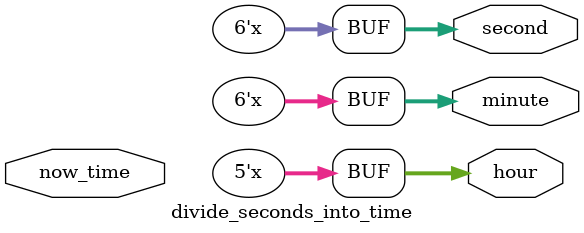
<source format=v>
`timescale 1ns / 1ps

//ÕâÊÇ°Ñµ±Ç°Ê±¼ä±ä³ÉÊ±£¬·Ö£¬Ãë
module divide_seconds_into_time(
input [7:0]now_time,
output reg [4:0]hour,
output reg [5:0]minute,second
    );
initial begin
    hour = now_time / 4'd3600;
    minute = (now_time) % 4'd3600 / 2'd60;
    second = (now_time) % 2'd60;
 end
endmodule

</source>
